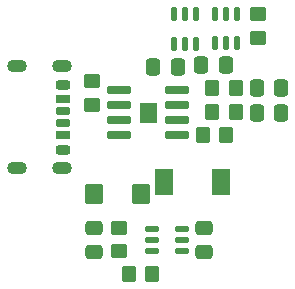
<source format=gbr>
%TF.GenerationSoftware,KiCad,Pcbnew,9.0.3*%
%TF.CreationDate,2025-11-25T19:37:03-05:00*%
%TF.ProjectId,Wren,5772656e-2e6b-4696-9361-645f70636258,rev?*%
%TF.SameCoordinates,Original*%
%TF.FileFunction,Paste,Top*%
%TF.FilePolarity,Positive*%
%FSLAX46Y46*%
G04 Gerber Fmt 4.6, Leading zero omitted, Abs format (unit mm)*
G04 Created by KiCad (PCBNEW 9.0.3) date 2025-11-25 19:37:03*
%MOMM*%
%LPD*%
G01*
G04 APERTURE LIST*
G04 Aperture macros list*
%AMRoundRect*
0 Rectangle with rounded corners*
0 $1 Rounding radius*
0 $2 $3 $4 $5 $6 $7 $8 $9 X,Y pos of 4 corners*
0 Add a 4 corners polygon primitive as box body*
4,1,4,$2,$3,$4,$5,$6,$7,$8,$9,$2,$3,0*
0 Add four circle primitives for the rounded corners*
1,1,$1+$1,$2,$3*
1,1,$1+$1,$4,$5*
1,1,$1+$1,$6,$7*
1,1,$1+$1,$8,$9*
0 Add four rect primitives between the rounded corners*
20,1,$1+$1,$2,$3,$4,$5,0*
20,1,$1+$1,$4,$5,$6,$7,0*
20,1,$1+$1,$6,$7,$8,$9,0*
20,1,$1+$1,$8,$9,$2,$3,0*%
G04 Aperture macros list end*
%ADD10C,0.010000*%
%ADD11RoundRect,0.075000X-0.910000X-0.225000X0.910000X-0.225000X0.910000X0.225000X-0.910000X0.225000X0*%
%ADD12RoundRect,0.143397X-0.616603X-0.696603X0.616603X-0.696603X0.616603X0.696603X-0.616603X0.696603X0*%
%ADD13RoundRect,0.250000X0.337500X0.475000X-0.337500X0.475000X-0.337500X-0.475000X0.337500X-0.475000X0*%
%ADD14RoundRect,0.250000X-0.475000X0.337500X-0.475000X-0.337500X0.475000X-0.337500X0.475000X0.337500X0*%
%ADD15RoundRect,0.175000X-0.425000X0.175000X-0.425000X-0.175000X0.425000X-0.175000X0.425000X0.175000X0*%
%ADD16RoundRect,0.190000X0.410000X-0.190000X0.410000X0.190000X-0.410000X0.190000X-0.410000X-0.190000X0*%
%ADD17RoundRect,0.200000X0.400000X-0.200000X0.400000X0.200000X-0.400000X0.200000X-0.400000X-0.200000X0*%
%ADD18RoundRect,0.175000X0.425000X-0.175000X0.425000X0.175000X-0.425000X0.175000X-0.425000X-0.175000X0*%
%ADD19RoundRect,0.190000X-0.410000X0.190000X-0.410000X-0.190000X0.410000X-0.190000X0.410000X0.190000X0*%
%ADD20RoundRect,0.200000X-0.400000X0.200000X-0.400000X-0.200000X0.400000X-0.200000X0.400000X0.200000X0*%
%ADD21O,1.700000X1.100000*%
%ADD22RoundRect,0.250000X-0.337500X-0.475000X0.337500X-0.475000X0.337500X0.475000X-0.337500X0.475000X0*%
%ADD23RoundRect,0.147500X-0.457500X-0.147500X0.457500X-0.147500X0.457500X0.147500X-0.457500X0.147500X0*%
%ADD24RoundRect,0.250000X0.350000X0.450000X-0.350000X0.450000X-0.350000X-0.450000X0.350000X-0.450000X0*%
%ADD25RoundRect,0.147500X0.147500X-0.457500X0.147500X0.457500X-0.147500X0.457500X-0.147500X-0.457500X0*%
%ADD26RoundRect,0.250000X-0.350000X-0.450000X0.350000X-0.450000X0.350000X0.450000X-0.350000X0.450000X0*%
%ADD27RoundRect,0.250000X-0.450000X0.350000X-0.450000X-0.350000X0.450000X-0.350000X0.450000X0.350000X0*%
%ADD28R,1.600000X2.200000*%
%ADD29RoundRect,0.250000X0.475000X-0.337500X0.475000X0.337500X-0.475000X0.337500X-0.475000X-0.337500X0*%
%ADD30RoundRect,0.250000X0.450000X-0.350000X0.450000X0.350000X-0.450000X0.350000X-0.450000X-0.350000X0*%
%ADD31RoundRect,0.147500X-0.147500X0.457500X-0.147500X-0.457500X0.147500X-0.457500X0.147500X0.457500X0*%
G04 APERTURE END LIST*
D10*
%TO.C,U8*%
X99970000Y-176915000D02*
X98680000Y-176915000D01*
X98680000Y-175275000D01*
X99970000Y-175275000D01*
X99970000Y-176915000D01*
G36*
X99970000Y-176915000D02*
G01*
X98680000Y-176915000D01*
X98680000Y-175275000D01*
X99970000Y-175275000D01*
X99970000Y-176915000D01*
G37*
%TD*%
D11*
%TO.C,U8*%
X96850000Y-174190000D03*
X96850000Y-175460000D03*
X96850000Y-176730000D03*
X96850000Y-178000000D03*
X101800000Y-178000000D03*
X101800000Y-176730000D03*
X101800000Y-175460000D03*
X101800000Y-174190000D03*
%TD*%
D12*
%TO.C,D144*%
X94785000Y-183000000D03*
X98715000Y-183000000D03*
%TD*%
D13*
%TO.C,C77*%
X101837500Y-172250000D03*
X99762500Y-172250000D03*
%TD*%
D14*
%TO.C,C76*%
X104115000Y-185862500D03*
X104115000Y-187937500D03*
%TD*%
D15*
%TO.C,J13*%
X92130000Y-175980000D03*
D16*
X92130000Y-178000000D03*
D17*
X92130000Y-179230000D03*
D18*
X92130000Y-176980000D03*
D19*
X92130000Y-174960000D03*
D20*
X92130000Y-173730000D03*
D21*
X92050000Y-172160000D03*
X88250000Y-172160000D03*
X92050000Y-180800000D03*
X88250000Y-180800000D03*
%TD*%
D22*
%TO.C,D146*%
X108550000Y-176100000D03*
X110625000Y-176100000D03*
%TD*%
%TO.C,C78*%
X103862500Y-172091500D03*
X105937500Y-172091500D03*
%TD*%
D23*
%TO.C,U6*%
X99713500Y-185950000D03*
X99713500Y-186900000D03*
X99713500Y-187850000D03*
X102223500Y-187850000D03*
X102223500Y-186900000D03*
X102223500Y-185950000D03*
%TD*%
D24*
%TO.C,R9*%
X99715000Y-189750000D03*
X97715000Y-189750000D03*
%TD*%
D25*
%TO.C,Q2*%
X101500000Y-170250000D03*
X102450000Y-170250000D03*
X103400000Y-170250000D03*
X103400000Y-167740000D03*
X102450000Y-167740000D03*
X101500000Y-167740000D03*
%TD*%
D26*
%TO.C,R11*%
X104762500Y-174050000D03*
X106762500Y-174050000D03*
%TD*%
D27*
%TO.C,R8*%
X96915000Y-185850000D03*
X96915000Y-187850000D03*
%TD*%
D28*
%TO.C,L2*%
X105525000Y-182000000D03*
X100725000Y-182000000D03*
%TD*%
D29*
%TO.C,C75*%
X94765000Y-187937500D03*
X94765000Y-185862500D03*
%TD*%
D26*
%TO.C,R13*%
X104762500Y-176050000D03*
X106762500Y-176050000D03*
%TD*%
D27*
%TO.C,R12*%
X108650000Y-167741500D03*
X108650000Y-169741500D03*
%TD*%
D30*
%TO.C,R14*%
X94600000Y-175450000D03*
X94600000Y-173450000D03*
%TD*%
D26*
%TO.C,R10*%
X103950000Y-178000000D03*
X105950000Y-178000000D03*
%TD*%
D31*
%TO.C,U7*%
X106900000Y-167733000D03*
X105950000Y-167733000D03*
X105000000Y-167733000D03*
X105000000Y-170243000D03*
X105950000Y-170243000D03*
X106900000Y-170243000D03*
%TD*%
D22*
%TO.C,D145*%
X108550000Y-174000000D03*
X110625000Y-174000000D03*
%TD*%
M02*

</source>
